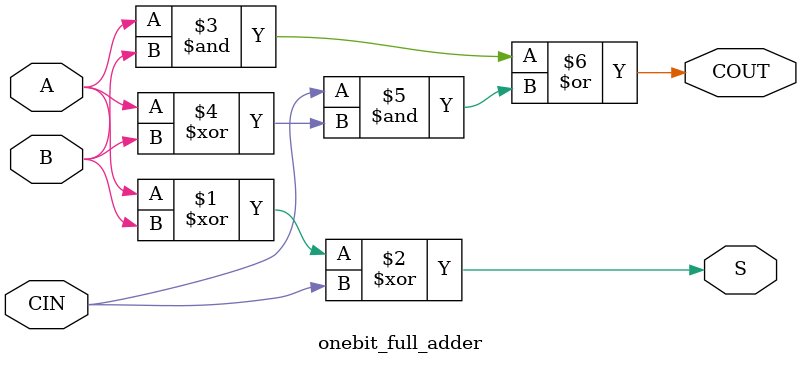
<source format=v>
`timescale 1ns / 1ps


module onebit_full_adder(
    input A,
    input B,
    input CIN,
    output S,
    output COUT
    );
    
    assign S = (A ^ B) ^ CIN;
    assign COUT = (A & B) | (CIN & (A ^ B));
    
endmodule

</source>
